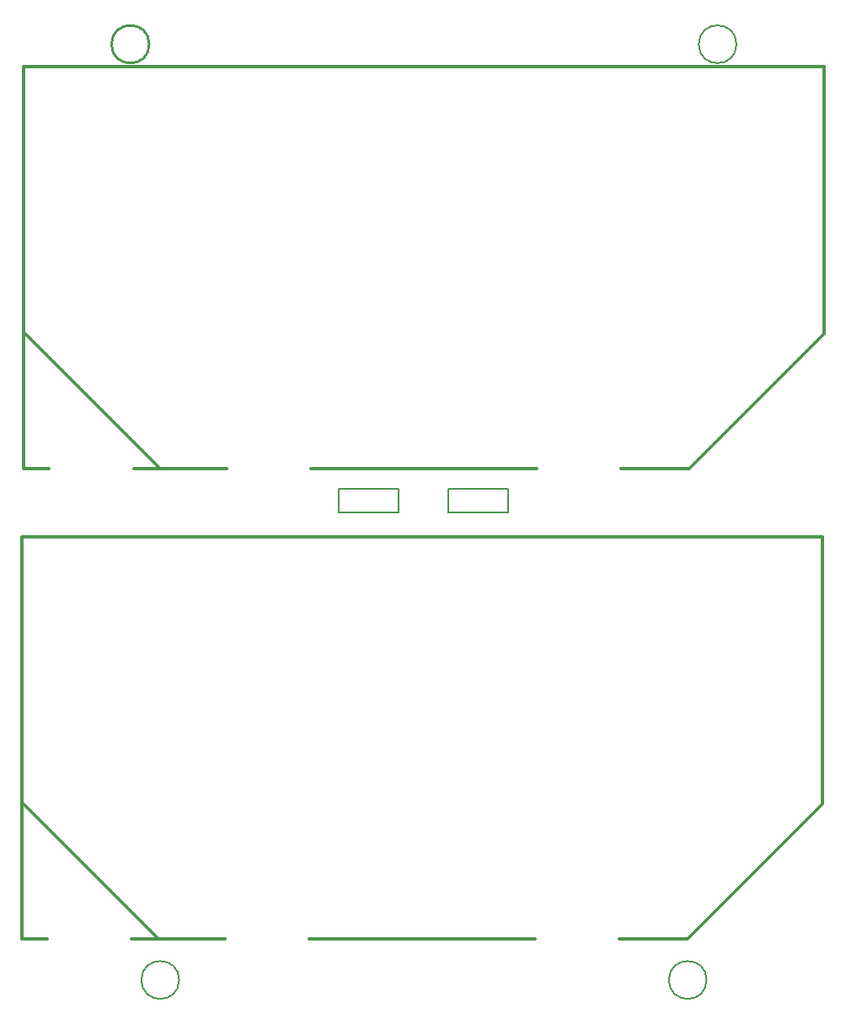
<source format=gto>
G04*
G04 #@! TF.GenerationSoftware,Altium Limited,Altium Designer,18.1.7 (191)*
G04*
G04 Layer_Color=65535*
%FSLAX25Y25*%
%MOIN*%
G70*
G01*
G75*
%ADD10C,0.01000*%
%ADD11C,0.00591*%
%ADD12C,0.01181*%
D10*
X54724Y379921D02*
G03*
X54724Y379921I-7480J0D01*
G01*
X4902Y211935D02*
X10299D01*
X4902D02*
Y370035D01*
X4224Y25935D02*
Y184035D01*
Y25935D02*
X9622D01*
D11*
X54724Y379921D02*
G03*
X54724Y379921I-7480J0D01*
G01*
X287008D02*
G03*
X287008Y379921I-7480J0D01*
G01*
X66535Y9843D02*
G03*
X66535Y9843I-7480J0D01*
G01*
X275197Y9843D02*
G03*
X275197Y9843I-7480J0D01*
G01*
X196760Y194724D02*
Y203976D01*
X172941Y194724D02*
X196760D01*
X172941Y203976D02*
X196760D01*
X172941Y194724D02*
Y203976D01*
X129638Y194724D02*
Y203976D01*
X153457D01*
X129638Y194724D02*
X153457D01*
Y203976D01*
D12*
X4902Y370990D02*
X259828D01*
X4902Y265935D02*
X58878Y211956D01*
X4902Y211935D02*
X15039D01*
X48504D02*
X85216D01*
X118681D02*
X201457D01*
X207953D01*
X241417D02*
X268287D01*
X321746Y265394D01*
Y370990D01*
X4902Y211935D02*
Y370990D01*
X259828D02*
X321746D01*
X259151Y184990D02*
X321069D01*
X4224Y25935D02*
Y184990D01*
X321069Y79394D02*
Y184990D01*
X267610Y25935D02*
X321069Y79394D01*
X240740Y25935D02*
X267610D01*
X200780D02*
X207276D01*
X118004D02*
X200780D01*
X47827D02*
X84539D01*
X4224D02*
X14362D01*
X4224Y79935D02*
X58201Y25956D01*
X4224Y184990D02*
X259151D01*
M02*

</source>
